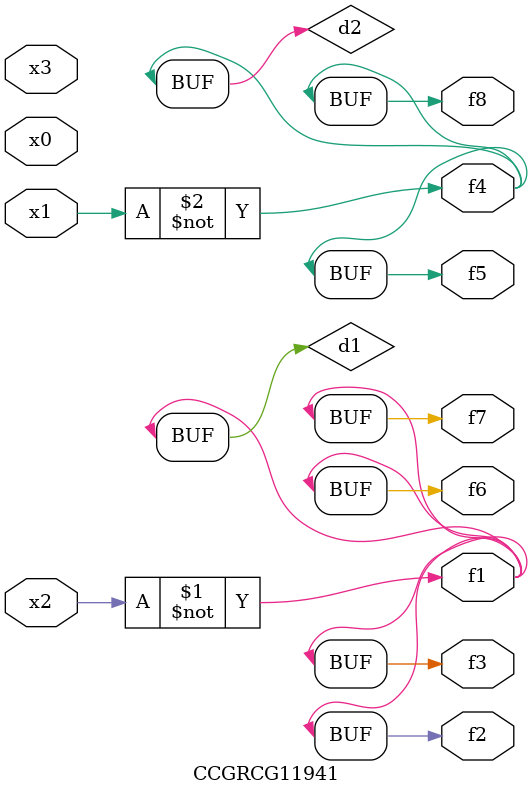
<source format=v>
module CCGRCG11941(
	input x0, x1, x2, x3,
	output f1, f2, f3, f4, f5, f6, f7, f8
);

	wire d1, d2;

	xnor (d1, x2);
	not (d2, x1);
	assign f1 = d1;
	assign f2 = d1;
	assign f3 = d1;
	assign f4 = d2;
	assign f5 = d2;
	assign f6 = d1;
	assign f7 = d1;
	assign f8 = d2;
endmodule

</source>
